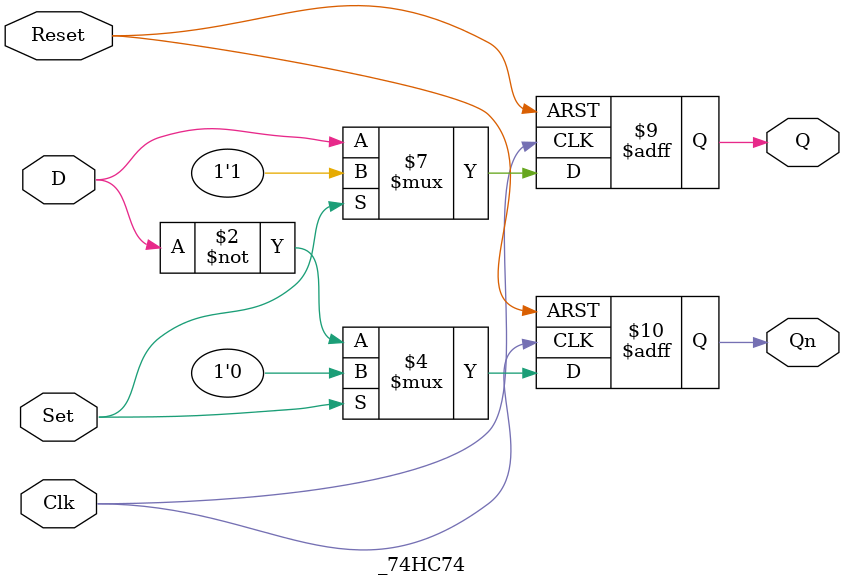
<source format=v>
module _74HC74(Set, Reset, Clk, D, Q, Qn);
  input Set, Reset, Clk, D;
  output reg Q, Qn;  // Declare Q and Qn as registers for sequential logic

  // Asynchronous reset and set, synchronous data transfer logic
  always @(posedge Clk or posedge Reset) begin
    if (Reset) begin
      Q <= 0;  // Reset Q to 0
      Qn <= 1; // Reset Qn to 1 (opposite of Q)
    end else if (Set) begin
      Q <= 1;  // Set Q to 1
      Qn <= 0; // Set Qn to 0 (opposite of Q)
    end else begin
      Q <= D;  // Set Q to D (normal flip-flop behavior)
      Qn <= ~D; // Set Qn to the inverse of D
    end
  end
endmodule

</source>
